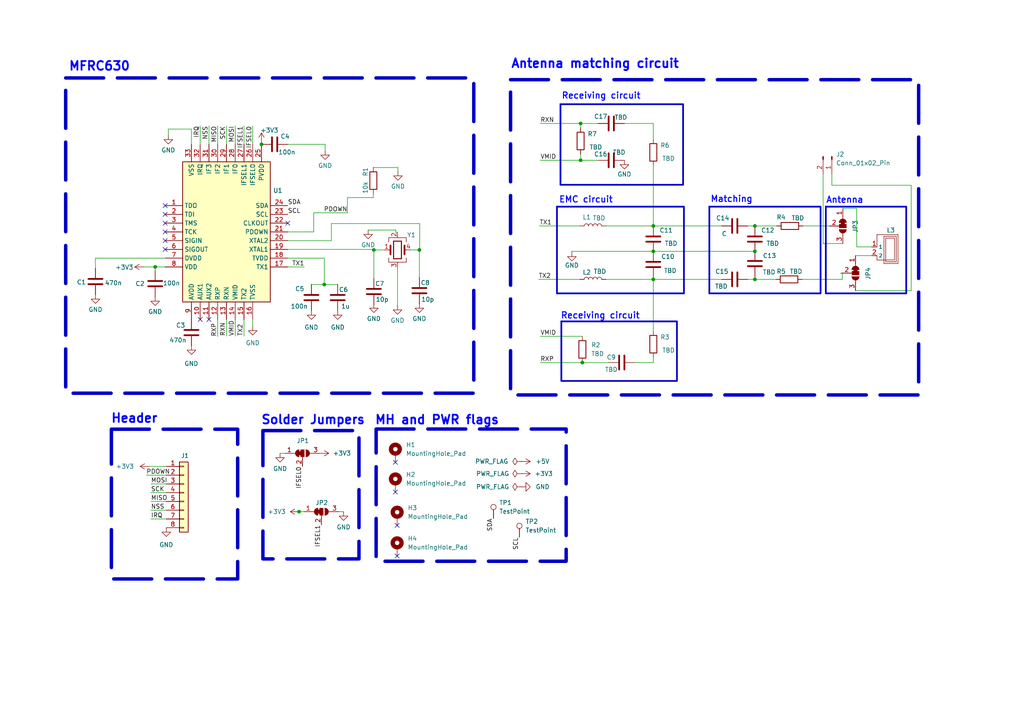
<source format=kicad_sch>
(kicad_sch (version 20230121) (generator eeschema)
  (paper "A4")
  (title_block (title "NFC_Programmer") (date "2023-11-25") (rev "2.0") (company "TycheTools"))
  (lib_symbols
    (symbol "Connector:Conn_01x02_Pin" (pin_names (offset 1.016) hide)
      (property "Reference" "J" (at 0 2.54 0))
      (property "Value" "Conn_01x02_Pin" (at 0 -5.08 0))
      (symbol "Conn_01x02_Pin_1_1"
        (polyline (pts (xy 1.27 -2.54) (xy 0.8636 -2.54)) (stroke (width 0.1524)))
        (polyline (pts (xy 1.27 0) (xy 0.8636 0)) (stroke (width 0.1524)))
        (rectangle (start 0.8636 -2.413) (end 0 -2.667) (stroke (width 0.1524)) (fill (type outline)))
        (rectangle (start 0.8636 0.127) (end 0 -0.127) (stroke (width 0.1524)) (fill (type outline)))
        (pin passive line (at 5.08 0 180) (length 3.81) (name "Pin_1") (number "1"))
        (pin passive line (at 5.08 -2.54 180) (length 3.81) (name "Pin_2") (number "2"))
      )
    )
    (symbol "Connector:TestPoint" (pin_numbers hide) (pin_names (offset 0.762) hide)
      (property "Reference" "TP" (at 0 6.858 0))
      (property "Value" "TestPoint" (at 0 5.08 0))
      (symbol "TestPoint_0_1"
        (circle (center 0 3.302) (radius 0.762))
      )
      (symbol "TestPoint_1_1"
        (pin passive line (at 0 0 90) (length 2.54) (name "1") (number "1"))
      )
    )
    (symbol "Connector_Generic:Conn_01x08" (pin_names (offset 1.016) hide)
      (property "Reference" "J" (at 0 10.16 0))
      (property "Value" "Conn_01x08" (at 0 -12.7 0))
      (symbol "Conn_01x08_1_1"
        (rectangle (start -1.27 -10.033) (end 0 -10.287) (stroke (width 0.1524)))
        (rectangle (start -1.27 -7.493) (end 0 -7.747) (stroke (width 0.1524)))
        (rectangle (start -1.27 -4.953) (end 0 -5.207) (stroke (width 0.1524)))
        (rectangle (start -1.27 -2.413) (end 0 -2.667) (stroke (width 0.1524)))
        (rectangle (start -1.27 0.127) (end 0 -0.127) (stroke (width 0.1524)))
        (rectangle (start -1.27 2.667) (end 0 2.413) (stroke (width 0.1524)))
        (rectangle (start -1.27 5.207) (end 0 4.953) (stroke (width 0.1524)))
        (rectangle (start -1.27 7.747) (end 0 7.493) (stroke (width 0.1524)))
        (rectangle (start -1.27 8.89) (end 1.27 -11.43) (stroke (width 0.254)) (fill (type background)))
        (pin passive line (at -5.08 7.62 0) (length 3.81) (name "Pin_1") (number "1"))
        (pin passive line (at -5.08 5.08 0) (length 3.81) (name "Pin_2") (number "2"))
        (pin passive line (at -5.08 2.54 0) (length 3.81) (name "Pin_3") (number "3"))
        (pin passive line (at -5.08 0 0) (length 3.81) (name "Pin_4") (number "4"))
        (pin passive line (at -5.08 -2.54 0) (length 3.81) (name "Pin_5") (number "5"))
        (pin passive line (at -5.08 -5.08 0) (length 3.81) (name "Pin_6") (number "6"))
        (pin passive line (at -5.08 -7.62 0) (length 3.81) (name "Pin_7") (number "7"))
        (pin passive line (at -5.08 -10.16 0) (length 3.81) (name "Pin_8") (number "8"))
      )
    )
    (symbol "Device:C" (pin_numbers hide) (pin_names (offset 0.254))
      (property "Reference" "C" (at 0.635 2.54 0))
      (property "Value" "C" (at 0.635 -2.54 0))
      (symbol "C_0_1"
        (polyline (pts (xy -2.032 -0.762) (xy 2.032 -0.762)) (stroke (width 0.508)))
        (polyline (pts (xy -2.032 0.762) (xy 2.032 0.762)) (stroke (width 0.508)))
      )
      (symbol "C_1_1"
        (pin passive line (at 0 3.81 270) (length 2.794) (name "~") (number "1"))
        (pin passive line (at 0 -3.81 90) (length 2.794) (name "~") (number "2"))
      )
    )
    (symbol "Device:Crystal_GND23" (pin_names (offset 1.016) hide)
      (property "Reference" "Y" (at 3.175 5.08 0))
      (property "Value" "Crystal_GND23" (at 3.175 3.175 0))
      (symbol "Crystal_GND23_0_1"
        (rectangle (start -1.143 2.54) (end 1.143 -2.54) (stroke (width 0.3048)))
        (polyline (pts (xy -2.54 0) (xy -2.032 0)))
        (polyline (pts (xy -2.032 -1.27) (xy -2.032 1.27)) (stroke (width 0.508)))
        (polyline (pts (xy 0 -3.81) (xy 0 -3.556)))
        (polyline (pts (xy 0 3.556) (xy 0 3.81)))
        (polyline (pts (xy 2.032 -1.27) (xy 2.032 1.27)) (stroke (width 0.508)))
        (polyline (pts (xy 2.032 0) (xy 2.54 0)))
        (polyline (pts (xy -2.54 -2.286) (xy -2.54 -3.556) (xy 2.54 -3.556) (xy 2.54 -2.286)))
        (polyline (pts (xy -2.54 2.286) (xy -2.54 3.556) (xy 2.54 3.556) (xy 2.54 2.286)))
      )
      (symbol "Crystal_GND23_1_1"
        (pin passive line (at -3.81 0 0) (length 1.27) (name "1") (number "1"))
        (pin passive line (at 0 5.08 270) (length 1.27) (name "2") (number "2"))
        (pin passive line (at 0 -5.08 90) (length 1.27) (name "3") (number "3"))
        (pin passive line (at 3.81 0 180) (length 1.27) (name "4") (number "4"))
      )
    )
    (symbol "Device:L" (pin_numbers hide) (pin_names (offset 1.016) hide)
      (property "Reference" "L" (at -1.27 0 90))
      (property "Value" "L" (at 1.905 0 90))
      (symbol "L_0_1"
        (arc (start 0 -2.54) (mid 0.6323 -1.905) (end 0 -1.27))
        (arc (start 0 -1.27) (mid 0.6323 -0.635) (end 0 0))
        (arc (start 0 0) (mid 0.6323 0.635) (end 0 1.27))
        (arc (start 0 1.27) (mid 0.6323 1.905) (end 0 2.54))
      )
      (symbol "L_1_1"
        (pin passive line (at 0 3.81 270) (length 1.27) (name "1") (number "1"))
        (pin passive line (at 0 -3.81 90) (length 1.27) (name "2") (number "2"))
      )
    )
    (symbol "Device:R" (pin_numbers hide) (pin_names (offset 0))
      (property "Reference" "R" (at 2.032 0 90))
      (property "Value" "R" (at 0 0 90))
      (symbol "R_0_1"
        (rectangle (start -1.016 -2.54) (end 1.016 2.54) (stroke (width 0.254)))
      )
      (symbol "R_1_1"
        (pin passive line (at 0 3.81 270) (length 1.27) (name "~") (number "1"))
        (pin passive line (at 0 -3.81 90) (length 1.27) (name "~") (number "2"))
      )
    )
    (symbol "Jumper:SolderJumper_3_Bridged12" (pin_names (offset 0) hide)
      (property "Reference" "JP" (at -2.54 -2.54 0))
      (property "Value" "SolderJumper_3_Bridged12" (at 0 2.794 0))
      (symbol "SolderJumper_3_Bridged12_0_1"
        (rectangle (start -1.016 0.508) (end -0.508 -0.508) (fill (type outline)))
        (arc (start -1.016 1.016) (mid -2.0276 0) (end -1.016 -1.016))
        (arc (start -1.016 1.016) (mid -2.0276 0) (end -1.016 -1.016) (fill (type outline)))
        (rectangle (start -0.508 1.016) (end 0.508 -1.016) (fill (type outline)))
        (polyline (pts (xy -2.54 0) (xy -2.032 0)))
        (polyline (pts (xy -1.016 1.016) (xy -1.016 -1.016)))
        (polyline (pts (xy 0 -1.27) (xy 0 -1.016)))
        (polyline (pts (xy 1.016 1.016) (xy 1.016 -1.016)))
        (polyline (pts (xy 2.54 0) (xy 2.032 0)))
        (arc (start 1.016 -1.016) (mid 2.0276 0) (end 1.016 1.016))
        (arc (start 1.016 -1.016) (mid 2.0276 0) (end 1.016 1.016) (fill (type outline)))
      )
      (symbol "SolderJumper_3_Bridged12_1_1"
        (pin passive line (at -5.08 0 0) (length 2.54) (name "A") (number "1"))
        (pin passive line (at 0 -3.81 90) (length 2.54) (name "C") (number "2"))
        (pin passive line (at 5.08 0 180) (length 2.54) (name "B") (number "3"))
      )
    )
    (symbol "LIB2:Antenna_L"
      (property "Reference" "L" (at 6.35 8.89 0))
      (symbol "Antenna_L_0_1"
        (polyline (pts (xy 10.16 3.81) (xy 15.24 3.81)))
        (polyline (pts (xy 10.16 5.08) (xy 10.16 3.81)))
        (polyline (pts (xy 10.16 7.62) (xy 10.16 7.62)))
        (polyline (pts (xy 10.16 7.62) (xy 10.16 11.176)))
        (polyline (pts (xy 12.192 2.794) (xy 16.256 2.794)))
        (polyline (pts (xy 12.192 10.668) (xy 12.192 2.794)))
        (polyline (pts (xy 15.24 3.81) (xy 15.24 10.16)))
        (polyline (pts (xy 15.24 10.16) (xy 12.7 10.16)))
        (polyline (pts (xy 16.256 2.794) (xy 16.256 11.176)))
        (polyline (pts (xy 16.256 11.176) (xy 10.16 11.176)))
        (polyline (pts (xy 15.748 10.414) (xy 15.748 10.668) (xy 12.192 10.668)))
        (polyline (pts (xy 12.7 10.16) (xy 12.7 3.302) (xy 15.748 3.302) (xy 15.748 10.414)))
      )
      (symbol "Antenna_L_1_0"
        (pin power_in line (at 8.636 7.62 0) (length 1.5) (name "1") (number "1"))
        (pin power_out line (at 8.636 5.08 0) (length 1.5) (name "2") (number "2"))
      )
    )
    (symbol "MFRC63002HN_151:MFRC63002HN,151"
      (property "Reference" "IC" (at 31.75 17.78 0))
      (property "Value" "MFRC63002HN,151" (at 31.75 15.24 0))
      (symbol "MFRC63002HN,151_1_1"
        (rectangle (start 5.08 12.7) (end 30.48 -27.94) (stroke (width 0.254)) (fill (type background)))
        (pin output line (at 0 0 0) (length 5.08) (name "TDO") (number "1"))
        (pin output line (at 10.16 -33.02 90) (length 5.08) (name "AUX1") (number "10"))
        (pin output line (at 12.7 -33.02 90) (length 5.08) (name "AUX2") (number "11"))
        (pin input line (at 15.24 -33.02 90) (length 5.08) (name "RXP") (number "12"))
        (pin input line (at 17.78 -33.02 90) (length 5.08) (name "RXN") (number "13"))
        (pin power_in line (at 20.32 -33.02 90) (length 5.08) (name "VMID") (number "14"))
        (pin output line (at 22.86 -33.02 90) (length 5.08) (name "TX2") (number "15"))
        (pin power_in line (at 25.4 -33.02 90) (length 5.08) (name "TVSS") (number "16"))
        (pin output line (at 35.56 -17.78 180) (length 5.08) (name "TX1") (number "17"))
        (pin power_in line (at 35.56 -15.24 180) (length 5.08) (name "TVDD") (number "18"))
        (pin input line (at 35.56 -12.7 180) (length 5.08) (name "XTAL1") (number "19"))
        (pin input line (at 0 -2.54 0) (length 5.08) (name "TDI") (number "2"))
        (pin output line (at 35.56 -10.16 180) (length 5.08) (name "XTAL2") (number "20"))
        (pin input line (at 35.56 -7.62 180) (length 5.08) (name "PDOWN") (number "21"))
        (pin output line (at 35.56 -5.08 180) (length 5.08) (name "CLKOUT") (number "22"))
        (pin output line (at 35.56 -2.54 180) (length 5.08) (name "SCL") (number "23"))
        (pin bidirectional line (at 35.56 0 180) (length 5.08) (name "SDA") (number "24"))
        (pin power_in line (at 27.94 17.78 270) (length 5.08) (name "PVDD") (number "25"))
        (pin input line (at 25.4 17.78 270) (length 5.08) (name "IFSEL0") (number "26"))
        (pin input line (at 22.86 17.78 270) (length 5.08) (name "IFSEL1") (number "27"))
        (pin bidirectional line (at 20.32 17.78 270) (length 5.08) (name "IF0") (number "28"))
        (pin bidirectional line (at 17.78 17.78 270) (length 5.08) (name "IF1") (number "29"))
        (pin input line (at 0 -5.08 0) (length 5.08) (name "TMS") (number "3"))
        (pin bidirectional line (at 15.24 17.78 270) (length 5.08) (name "IF2") (number "30"))
        (pin bidirectional line (at 12.7 17.78 270) (length 5.08) (name "IF3") (number "31"))
        (pin output line (at 10.16 17.78 270) (length 5.08) (name "IRQ") (number "32"))
        (pin power_in line (at 7.62 17.78 270) (length 5.08) (name "VSS") (number "33"))
        (pin input line (at 0 -7.62 0) (length 5.08) (name "TCK") (number "4"))
        (pin input line (at 0 -10.16 0) (length 5.08) (name "SIGIN") (number "5"))
        (pin output line (at 0 -12.7 0) (length 5.08) (name "SIGOUT") (number "6"))
        (pin power_in line (at 0 -15.24 0) (length 5.08) (name "DVDD") (number "7"))
        (pin power_in line (at 0 -17.78 0) (length 5.08) (name "VDD") (number "8"))
        (pin power_in line (at 7.62 -33.02 90) (length 5.08) (name "AVDD") (number "9"))
      )
    )
    (symbol "Mechanical:MountingHole_Pad" (pin_numbers hide) (pin_names (offset 1.016) hide)
      (property "Reference" "H" (at 0 6.35 0))
      (property "Value" "MountingHole_Pad" (at 0 4.445 0))
      (symbol "MountingHole_Pad_0_1"
        (circle (center 0 1.27) (radius 1.27) (stroke (width 1.27)))
      )
      (symbol "MountingHole_Pad_1_1"
        (pin input line (at 0 -2.54 90) (length 2.54) (name "1") (number "1"))
      )
    )
    (symbol "power:+3V3" (power) (pin_names (offset 0))
      (property "Value" "+3V3" (at 0 3.556 0))
      (symbol "+3V3_0_1"
        (polyline (pts (xy -0.762 1.27) (xy 0 2.54)))
        (polyline (pts (xy 0 0) (xy 0 2.54)))
        (polyline (pts (xy 0 2.54) (xy 0.762 1.27)))
      )
      (symbol "+3V3_1_1"
        (pin power_in line (at 0 0 90) (length 0) hide (name "+3V3") (number "1"))
      )
    )
    (symbol "power:+5V" (power) (pin_names (offset 0))
      (property "Value" "+5V" (at 0 3.556 0))
      (symbol "+5V_0_1"
        (polyline (pts (xy -0.762 1.27) (xy 0 2.54)))
        (polyline (pts (xy 0 0) (xy 0 2.54)))
        (polyline (pts (xy 0 2.54) (xy 0.762 1.27)))
      )
      (symbol "+5V_1_1"
        (pin power_in line (at 0 0 90) (length 0) hide (name "+5V") (number "1"))
      )
    )
    (symbol "power:GND" (power) (pin_names (offset 0))
      (property "Value" "GND" (at 0 -3.81 0))
      (symbol "GND_0_1"
        (polyline (pts (xy 0 0) (xy 0 -1.27) (xy 1.27 -1.27) (xy 0 -2.54) (xy -1.27 -1.27) (xy 0 -1.27)))
      )
      (symbol "GND_1_1"
        (pin power_in line (at 0 0 270) (length 0) hide (name "GND") (number "1"))
      )
    )
    (symbol "power:PWR_FLAG" (power) (pin_numbers hide) (pin_names (offset 0) hide)
      (property "Value" "PWR_FLAG" (at 0 3.81 0))
      (symbol "PWR_FLAG_0_0"
        (pin power_out line (at 0 0 90) (length 0) (name "pwr") (number "1"))
      )
      (symbol "PWR_FLAG_0_1"
        (polyline (pts (xy 0 0) (xy 0 1.27) (xy -1.016 1.905) (xy 0 2.54) (xy 1.016 1.905) (xy 0 1.27)))
      )
    )
  )
  (junction (at 45.0088 77.4192))
  (junction (at 189.484 72.898))
  (junction (at 218.948 81.026))
  (junction (at 218.948 72.898))
  (junction (at 86.741 148.4122))
  (junction (at 189.484 81.026))
  (junction (at 94.0562 82.5246))
  (junction (at 189.484 65.532))
  (junction (at 121.6406 72.4916))
  (junction (at 75.8444 41.8592))
  (junction (at 218.948 65.532))
  (junction (at 108.4326 72.4916))
  (junction (at 168.402 35.814))
  (junction (at 168.91 105.156))
  (junction (at 168.402 46.482))
  (no_connect (at 60.6044 92.6592))
  (no_connect (at 114.681 142.7226))
  (no_connect (at 47.9044 59.6392))
  (no_connect (at 47.9044 64.7192))
  (no_connect (at 115.189 161.2646))
  (no_connect (at 58.0644 92.6592))
  (no_connect (at 83.4644 64.7192))
  (no_connect (at 114.681 134.0866))
  (no_connect (at 115.189 152.3746))
  (no_connect (at 47.9044 72.3392))
  (no_connect (at 47.9044 62.1792))
  (no_connect (at 47.9044 69.7992))
  (no_connect (at 47.9044 67.2592))
  (wire (pts (xy 94.3102 41.8592) (xy 94.3102 43.7134)))
  (wire (pts (xy 238.7346 70.612) (xy 238.7346 50.4698)))
  (wire (pts (xy 121.7422 64.8462) (xy 121.7422 72.4154)))
  (wire (pts (xy 165.862 72.898) (xy 189.484 72.898)))
  (wire (pts (xy 73.3044 92.6592) (xy 73.3044 94.6404)))
  (wire (pts (xy 99.6442 148.4122) (xy 98.298 148.4122)))
  (wire (pts (xy 119.1006 72.4916) (xy 121.6406 72.4916)))
  (wire (pts (xy 189.484 105.156) (xy 184.15 105.156)))
  (wire (pts (xy 114.808 66.7258) (xy 114.808 67.4116)))
  (wire (pts (xy 218.948 81.026) (xy 225.044 81.026)))
  (wire (pts (xy 189.484 65.532) (xy 209.296 65.532)))
  (wire (pts (xy 232.664 81.026) (xy 244.3226 81.026)))
  (wire (pts (xy 43.7642 145.4404) (xy 48.2346 145.4404)))
  (wire (pts (xy 218.948 72.644) (xy 218.948 72.898)))
  (wire (pts (xy 45.0088 77.4192) (xy 47.9044 77.4192)))
  (wire (pts (xy 65.6844 36.5252) (xy 65.6844 41.8592)))
  (wire (pts (xy 240.6396 65.532) (xy 240.6396 65.5574)))
  (wire (pts (xy 94.0562 82.5246) (xy 97.9424 82.5246)))
  (wire (pts (xy 156.718 46.482) (xy 168.402 46.482)))
  (wire (pts (xy 168.402 35.814) (xy 173.482 35.814)))
  (wire (pts (xy 156.21 81.026) (xy 168.148 81.026)))
  (wire (pts (xy 83.4644 72.3392) (xy 108.3564 72.3392)))
  (wire (pts (xy 156.718 97.536) (xy 168.91 97.536)))
  (wire (pts (xy 156.718 35.814) (xy 168.402 35.814)))
  (wire (pts (xy 90.9828 61.722) (xy 100.7618 61.722)))
  (wire (pts (xy 63.1444 92.6592) (xy 63.1444 97.6122)))
  (wire (pts (xy 65.6844 92.6592) (xy 65.6844 97.4852)))
  (wire (pts (xy 115.2906 77.5716) (xy 115.2906 88.6206)))
  (wire (pts (xy 108.4326 88.3666) (xy 108.4326 88.1126)))
  (wire (pts (xy 100.7618 57.3024) (xy 108.2802 57.3024)))
  (wire (pts (xy 108.2802 48.5902) (xy 108.2802 48.5648)))
  (wire (pts (xy 121.6406 72.4916) (xy 121.6406 80.4926)))
  (wire (pts (xy 168.402 44.704) (xy 168.402 46.482)))
  (wire (pts (xy 90.9828 67.2592) (xy 83.4644 67.2592)))
  (wire (pts (xy 43.7642 147.9804) (xy 48.2346 147.9804)))
  (wire (pts (xy 106.7816 66.7258) (xy 114.808 66.7258)))
  (wire (pts (xy 264.287 84.3026) (xy 264.287 53.721)))
  (wire (pts (xy 181.102 35.814) (xy 189.484 35.814)))
  (wire (pts (xy 189.484 72.898) (xy 218.948 72.898)))
  (wire (pts (xy 100.7618 61.722) (xy 100.7618 57.3024)))
  (wire (pts (xy 189.484 81.026) (xy 189.484 96.012)))
  (wire (pts (xy 27.686 74.8792) (xy 47.9044 74.8792)))
  (wire (pts (xy 238.76 70.612) (xy 238.7346 70.612)))
  (wire (pts (xy 108.3564 72.3392) (xy 108.3564 72.4916)))
  (wire (pts (xy 252.8316 71.6026) (xy 248.4882 71.6026)))
  (wire (pts (xy 45.0088 77.4192) (xy 45.0088 78.4606)))
  (wire (pts (xy 218.948 65.532) (xy 225.298 65.532)))
  (wire (pts (xy 73.3044 36.5252) (xy 73.3044 41.8592)))
  (wire (pts (xy 90.3224 82.5246) (xy 90.3224 82.4992)))
  (wire (pts (xy 83.4644 69.7992) (xy 96.1136 69.7992)))
  (wire (pts (xy 165.862 72.898) (xy 165.862 73.152)))
  (wire (pts (xy 108.3564 72.4916) (xy 108.4326 72.4916)))
  (wire (pts (xy 216.916 65.532) (xy 218.948 65.532)))
  (wire (pts (xy 244.3226 81.026) (xy 244.3226 79.2226)))
  (wire (pts (xy 156.464 65.532) (xy 168.148 65.532)))
  (wire (pts (xy 189.484 35.814) (xy 189.484 40.386)))
  (wire (pts (xy 108.2802 56.1848) (xy 108.2802 57.3024)))
  (wire (pts (xy 175.768 65.532) (xy 189.484 65.532)))
  (wire (pts (xy 42.4434 137.8204) (xy 48.2346 137.8204)))
  (wire (pts (xy 70.7644 92.6592) (xy 70.7644 97.4852)))
  (wire (pts (xy 189.484 81.026) (xy 189.484 80.518)))
  (wire (pts (xy 27.686 74.8792) (xy 27.686 77.851)))
  (wire (pts (xy 189.484 72.898) (xy 189.484 73.152)))
  (wire (pts (xy 86.7156 148.4122) (xy 86.741 148.4122)))
  (wire (pts (xy 68.2244 92.6592) (xy 68.2244 97.4852)))
  (wire (pts (xy 108.2802 48.5902) (xy 115.4176 48.5902)))
  (wire (pts (xy 83.4644 74.8792) (xy 94.0562 74.8792)))
  (wire (pts (xy 83.4644 77.4192) (xy 88.2904 77.4192)))
  (wire (pts (xy 248.4882 60.4774) (xy 248.4882 71.6026)))
  (wire (pts (xy 97.9424 82.5246) (xy 97.9424 82.4992)))
  (wire (pts (xy 218.948 80.264) (xy 218.948 81.026)))
  (wire (pts (xy 58.0644 36.5252) (xy 58.0644 41.8592)))
  (wire (pts (xy 90.3224 82.5246) (xy 94.0562 82.5246)))
  (wire (pts (xy 264.287 53.721) (xy 241.2746 53.721)))
  (wire (pts (xy 189.484 81.026) (xy 209.296 81.026)))
  (wire (pts (xy 48.8188 37.4396) (xy 48.8188 39.2176)))
  (wire (pts (xy 41.6306 77.4192) (xy 45.0088 77.4192)))
  (wire (pts (xy 96.1136 64.8462) (xy 121.7422 64.8462)))
  (wire (pts (xy 68.2244 36.5252) (xy 68.2244 41.8592)))
  (wire (pts (xy 43.7642 142.9004) (xy 48.2346 142.9004)))
  (wire (pts (xy 115.4176 49.7332) (xy 115.4176 48.5902)))
  (wire (pts (xy 168.402 46.482) (xy 173.482 46.482)))
  (wire (pts (xy 81.2292 131.4704) (xy 82.6516 131.4704)))
  (wire (pts (xy 63.1444 36.5252) (xy 63.1444 41.8592)))
  (wire (pts (xy 248.1326 74.1426) (xy 252.8316 74.1426)))
  (wire (pts (xy 238.76 70.612) (xy 238.76 70.6374)))
  (wire (pts (xy 248.4882 60.4774) (xy 244.4496 60.4774)))
  (wire (pts (xy 108.4326 72.4916) (xy 111.4806 72.4916)))
  (wire (pts (xy 121.7422 72.4154) (xy 121.6406 72.4154)))
  (wire (pts (xy 90.9828 61.722) (xy 90.9828 67.2592)))
  (wire (pts (xy 168.402 35.814) (xy 168.402 37.084)))
  (wire (pts (xy 94.0562 74.8792) (xy 94.0562 82.5246)))
  (wire (pts (xy 156.718 105.156) (xy 168.91 105.156)))
  (wire (pts (xy 248.1326 84.3026) (xy 264.287 84.3026)))
  (wire (pts (xy 232.918 65.532) (xy 240.6396 65.532)))
  (wire (pts (xy 189.484 103.632) (xy 189.484 105.156)))
  (wire (pts (xy 241.2746 50.4698) (xy 241.2746 53.721)))
  (wire (pts (xy 218.948 73.152) (xy 218.948 72.898)))
  (wire (pts (xy 114.808 67.4116) (xy 115.2906 67.4116)))
  (wire (pts (xy 189.484 48.006) (xy 189.484 65.532)))
  (wire (pts (xy 86.741 148.4122) (xy 88.138 148.4122)))
  (wire (pts (xy 43.7642 140.3604) (xy 48.2346 140.3604)))
  (wire (pts (xy 108.4326 72.4916) (xy 108.4326 80.7466)))
  (wire (pts (xy 43.2054 135.2804) (xy 48.2346 135.2804)))
  (wire (pts (xy 175.768 81.026) (xy 189.484 81.026)))
  (wire (pts (xy 43.7642 150.5204) (xy 48.2346 150.5204)))
  (wire (pts (xy 96.1136 64.8462) (xy 96.1136 69.7992)))
  (wire (pts (xy 75.8444 41.0972) (xy 75.8444 41.8592)))
  (wire (pts (xy 121.6406 72.4154) (xy 121.6406 72.4916)))
  (wire (pts (xy 48.8188 37.4396) (xy 55.5244 37.4396)))
  (wire (pts (xy 60.6044 36.5252) (xy 60.6044 41.8592)))
  (wire (pts (xy 70.7644 36.5252) (xy 70.7644 41.8592)))
  (wire (pts (xy 216.916 81.026) (xy 218.948 81.026)))
  (wire (pts (xy 83.4644 41.8592) (xy 94.3102 41.8592)))
  (wire (pts (xy 168.91 105.156) (xy 176.53 105.156)))
  (wire (pts (xy 238.76 70.6374) (xy 244.4496 70.6374)))
  (wire (pts (xy 55.5244 41.8592) (xy 55.5244 37.4396)))
  (rectangle (start 205.74 59.944) (end 237.998 85.09) (stroke (width 0.5)))
  (rectangle (start 148.082 23.114) (end 266.446 114.554) (stroke (width 1) (type dash)))
  (rectangle (start 161.544 59.944) (end 198.374 85.09) (stroke (width 0.5)))
  (rectangle (start 239.522 59.944) (end 262.8392 85.09) (stroke (width 0.5)))
  (rectangle (start 76.2508 124.8918) (end 104.1146 162.1028) (stroke (width 1) (type dash)))
  (rectangle (start 32.3088 124.4854) (end 68.9356 167.9194) (stroke (width 1) (type dash)))
  (rectangle (start 109.093 124.4346) (end 164.211 162.7886) (stroke (width 1) (type dash)))
  (rectangle (start 162.814 93.218) (end 196.342 110.49) (stroke (width 0.5)))
  (rectangle (start 19.05 22.606) (end 137.414 114.046) (stroke (width 1) (type dash)))
  (rectangle (start 162.56 30.226) (end 198.12 53.594) (stroke (width 0.5)))
  (text "EMC circuit\n\n" (at 162.052 61.976 0) (effects (font (size 1.8 1.8) (thickness 0.3) bold) (justify left bottom)))
  (text "Receiving circuit\n" (at 162.56 92.71 0) (effects (font (size 1.8 1.8) (thickness 0.3) bold) (justify left bottom)))
  (text "Solder Jumpers\n" (at 75.6158 123.3932 0) (effects (font (size 2.54 2.54) (thickness 0.508) bold) (justify left bottom)))
  (text "MH and PWR flags" (at 108.585 123.4186 0) (effects (font (size 2.54 2.54) (thickness 0.508) bold) (justify left bottom)))
  (text "Matching\n" (at 205.994 58.928 0) (effects (font (size 1.8 1.8) (thickness 0.3) bold) (justify left bottom)))
  (text "Antenna\n" (at 239.522 59.182 0) (effects (font (size 1.8 1.8) (thickness 0.3) bold) (justify left bottom)))
  (text "Antenna matching circuit" (at 148.082 20.066 0) (effects (font (size 2.54 2.54) (thickness 0.508) bold) (justify left bottom)))
  (text "Header" (at 32.0548 122.9614 0) (effects (font (size 2.54 2.54) (thickness 0.508) bold) (justify left bottom)))
  (text "MFRC630" (at 19.812 20.828 0) (effects (font (size 2.54 2.54) (thickness 0.508) bold) (justify left bottom)))
  (text "Receiving circuit\n" (at 162.814 28.956 0) (effects (font (size 1.8 1.8) (thickness 0.3) bold) (justify left bottom)))
  (label "SCK" (at 65.6844 36.5252 270))
  (label "PDOWN" (at 42.4434 137.8204 0))
  (label "SCK" (at 43.7642 142.9004 0))
  (label "SCL" (at 150.6474 155.829 270))
  (label "RXP" (at 63.1444 97.6122 90))
  (label "RXN" (at 156.718 35.814 0))
  (label "PDOWN" (at 100.7618 61.722 180))
  (label "VMID" (at 156.718 46.482 0))
  (label "IFSEL1" (at 70.7644 36.5252 270))
  (label "IFSEL0" (at 73.3044 36.5252 270))
  (label "MISO" (at 63.1444 36.5252 270))
  (label "VMID" (at 156.718 97.536 0))
  (label "IFSEL0" (at 87.7316 135.2804 270))
  (label "SDA" (at 143.129 150.368 270))
  (label "IFSEL1" (at 93.218 152.2222 270))
  (label "TX1" (at 156.464 65.532 0))
  (label "SCL" (at 83.4644 62.1792 0))
  (label "RXN" (at 65.6844 97.4852 90))
  (label "VMID" (at 68.2244 97.4852 90))
  (label "NSS" (at 43.7642 147.9804 0))
  (label "MOSI" (at 43.7642 140.3604 0))
  (label "NSS" (at 60.6044 36.5252 270))
  (label "SDA" (at 83.4644 59.6392 0))
  (label "MISO" (at 43.7642 145.4404 0))
  (label "RXP" (at 156.718 105.156 0))
  (label "IRQ" (at 43.7642 150.5204 0))
  (label "TX1" (at 88.2904 77.4192 180))
  (label "IRQ" (at 58.0644 36.5252 270))
  (label "TX2" (at 156.21 81.026 0))
  (label "TX2" (at 70.7644 97.4852 90))
  (label "MOSI" (at 68.2244 36.5252 270))
  (symbol (lib_id "power:GND") (at 81.2292 131.4704 0) (unit 1)
    (property "Reference" "#PWR08" (effects hide))
    (property "Value" "GND" (at 81.2292 135.9408 0))
  )
  (symbol (lib_id "LIB2:Antenna_L") (at 244.1956 79.2226 0) (unit 1)
    (property "Reference" "L3" (at 257.1496 66.7766 0) (effects (justify left)))
    (property "Value" "~" (at 244.1956 79.2226 0))
  )
  (symbol (lib_id "power:GND") (at 48.8188 39.2176 0) (unit 1)
    (property "Reference" "#PWR06" (effects hide))
    (property "Value" "GND" (at 48.8188 43.5356 0))
  )
  (symbol (lib_id "power:GND") (at 94.3102 43.7134 0) (unit 1)
    (property "Reference" "#PWR010" (effects hide))
    (property "Value" "GND" (at 94.3102 48.0314 0))
  )
  (symbol (lib_id "Connector:TestPoint") (at 143.129 150.368 0) (unit 1)
    (property "Reference" "TP1" (at 144.78 145.796 0) (effects (justify left)))
    (property "Value" "TestPoint" (at 144.78 148.336 0) (effects (justify left)))
    (property "Footprint" "TestPoint:TestPoint_Pad_1.0x1.0mm" (effects hide))
  )
  (symbol (lib_id "power:+3V3") (at 86.741 148.4122 90) (unit 1)
    (property "Reference" "#PWR07" (effects hide))
    (property "Value" "+3V3" (at 82.9056 148.4122 90) (effects (justify left)))
  )
  (symbol (lib_id "Device:R") (at 168.91 101.346 0) (unit 1)
    (property "Reference" "R2" (at 171.45 100.076 0) (effects (justify left)))
    (property "Value" "TBD" (at 171.45 102.616 0) (effects (justify left)))
    (property "Footprint" "Resistor_SMD:R_0603_1608Metric_Pad0.98x0.95mm_HandSolder" (effects hide))
  )
  (symbol (lib_id "power:PWR_FLAG") (at 151.257 137.3886 90) (unit 1)
    (property "Reference" "#FLG02" (effects hide))
    (property "Value" "PWR_FLAG" (at 147.701 137.3886 90) (effects (justify left)))
    (property "Footprint" "TestPoint:TestPoint_Loop_D1.80mm_Drill1.0mm_Beaded" (effects hide))
  )
  (symbol (lib_id "Jumper:SolderJumper_3_Bridged12") (at 93.218 148.4122 0) (unit 1)
    (property "Reference" "JP2" (at 93.3196 145.8214 0))
    (property "Value" "SolderJumper_3_Bridged12" (effects hide))
    (property "Footprint" "Jumper:SolderJumper-3_P1.3mm_Bridged12_Pad1.0x1.5mm_NumberLabels" (effects hide))
  )
  (symbol (lib_id "Device:C") (at 213.106 65.532 90) (unit 1)
    (property "Reference" "C14" (at 211.582 63.246 90) (effects (justify left)))
    (property "Value" "C" (at 210.82 67.818 90) (effects (justify left)))
    (property "Footprint" "Capacitor_SMD:C_0603_1608Metric_Pad1.08x0.95mm_HandSolder" (effects hide))
  )
  (symbol (lib_id "Mechanical:MountingHole_Pad") (at 115.189 149.8346 0) (unit 1)
    (property "Reference" "H3" (at 118.237 147.2946 0) (effects (justify left)))
    (property "Value" "MountingHole_Pad" (at 118.237 149.8346 0) (effects (justify left)))
    (property "Footprint" "MountingHole:MountingHole_3mm" (effects hide))
  )
  (symbol (lib_id "Device:C") (at 45.0088 82.2706 0) (mirror y) (unit 1)
    (property "Reference" "C2" (at 41.9608 82.2706 0) (effects (justify left)))
    (property "Value" "100n" (at 52.2224 82.1182 0) (effects (justify left)))
    (property "Footprint" "Capacitor_SMD:C_0603_1608Metric_Pad1.08x0.95mm_HandSolder" (effects hide))
  )
  (symbol (lib_id "Device:C") (at 108.4326 84.5566 0) (mirror y) (unit 1)
    (property "Reference" "C7" (at 111.4806 82.2706 0) (effects (justify left)))
    (property "Value" "10p" (at 112.7506 86.8426 0) (effects (justify left)))
    (property "Footprint" "Capacitor_SMD:C_0603_1608Metric_Pad1.08x0.95mm_HandSolder" (effects hide))
  )
  (symbol (lib_id "power:GND") (at 106.7816 66.7258 0) (unit 1)
    (property "Reference" "#PWR021" (effects hide))
    (property "Value" "GND" (at 106.7816 71.0438 0))
  )
  (symbol (lib_id "power:+3V3") (at 92.8116 131.4704 270) (unit 1)
    (property "Reference" "#PWR026" (effects hide))
    (property "Value" "+3V3" (at 96.52 131.4704 90) (effects (justify left)))
  )
  (symbol (lib_id "Device:C") (at 218.948 76.454 0) (unit 1)
    (property "Reference" "C13" (at 221.234 74.168 0) (effects (justify left)))
    (property "Value" "TBD" (at 221.2086 78.9432 0) (effects (justify left)))
    (property "Footprint" "Capacitor_SMD:C_0603_1608Metric_Pad1.08x0.95mm_HandSolder" (effects hide))
  )
  (symbol (lib_id "Mechanical:MountingHole_Pad") (at 114.681 131.5466 0) (unit 1)
    (property "Reference" "H1" (at 117.729 129.0066 0) (effects (justify left)))
    (property "Value" "MountingHole_Pad" (at 117.729 131.5466 0) (effects (justify left)))
    (property "Footprint" "MountingHole:MountingHole_3mm" (effects hide))
  )
  (symbol (lib_id "Connector:TestPoint") (at 150.6474 155.829 0) (unit 1)
    (property "Reference" "TP2" (at 152.4 151.257 0) (effects (justify left)))
    (property "Value" "TestPoint" (at 152.4 153.797 0) (effects (justify left)))
    (property "Footprint" "TestPoint:TestPoint_Pad_1.0x1.0mm" (effects hide))
  )
  (symbol (lib_id "Device:Crystal_GND23") (at 115.2906 72.4916 0) (unit 1)
    (property "Reference" "Y1" (at 119.3038 68.1482 0))
    (property "Value" "Crystal_GND23" (effects hide))
    (property "Footprint" "Crystal:Crystal_SMD_2016-4Pin_2.0x1.6mm" (effects hide))
  )
  (symbol (lib_id "Device:C") (at 189.484 69.342 0) (unit 1)
    (property "Reference" "C11" (at 191.262 66.802 0) (effects (justify left)))
    (property "Value" "TBD" (at 192.786 70.612 0) (effects (justify left)))
    (property "Footprint" "Capacitor_SMD:C_0603_1608Metric_Pad1.08x0.95mm_HandSolder" (effects hide))
  )
  (symbol (lib_id "power:+3V3") (at 151.257 137.3886 270) (unit 1)
    (property "Reference" "#PWR032" (effects hide))
    (property "Value" "+3V3" (at 155.067 137.3886 90) (effects (justify left)))
  )
  (symbol (lib_id "Device:C") (at 79.6544 41.8592 90) (unit 1)
    (property "Reference" "C4" (at 82.7024 39.5732 90))
    (property "Value" "100n" (at 83.2104 44.1452 90))
    (property "Footprint" "Capacitor_SMD:C_0603_1608Metric_Pad1.08x0.95mm_HandSolder" (effects hide))
  )
  (symbol (lib_id "Device:C") (at 90.3224 86.3092 0) (mirror y) (unit 1)
    (property "Reference" "C5" (at 88.2904 83.7692 0) (effects (justify left)))
    (property "Value" "100n" (at 89.3064 88.8492 0) (effects (justify left)))
    (property "Footprint" "Capacitor_SMD:C_0603_1608Metric_Pad1.08x0.95mm_HandSolder" (effects hide))
  )
  (symbol (lib_id "power:GND") (at 181.102 46.482 0) (unit 1)
    (property "Reference" "#PWR018" (effects hide))
    (property "Value" "GND" (at 181.102 50.546 0))
  )
  (symbol (lib_id "Jumper:SolderJumper_3_Bridged12") (at 87.7316 131.4704 0) (unit 1)
    (property "Reference" "JP1" (at 87.8332 127.8382 0))
    (property "Value" "SolderJumper_3_Bridged12" (effects hide))
    (property "Footprint" "Jumper:SolderJumper-3_P1.3mm_Bridged12_Pad1.0x1.5mm_NumberLabels" (effects hide))
  )
  (symbol (lib_id "power:GND") (at 48.2346 153.0604 0) (unit 1)
    (property "Reference" "#PWR020" (effects hide))
    (property "Value" "GND" (at 48.2346 158.0134 0))
  )
  (symbol (lib_id "Device:R") (at 108.2802 52.3748 180) (unit 1)
    (property "Reference" "R1" (at 105.9942 49.8348 90))
    (property "Value" "10k" (at 105.9942 54.4068 90))
    (property "Footprint" "Resistor_SMD:R_0603_1608Metric_Pad0.98x0.95mm_HandSolder" (effects hide))
  )
  (symbol (lib_id "power:PWR_FLAG") (at 151.257 133.8326 90) (unit 1)
    (property "Reference" "#FLG01" (effects hide))
    (property "Value" "PWR_FLAG" (at 147.447 133.8326 90) (effects (justify left)))
    (property "Footprint" "TestPoint:TestPoint_Loop_D1.80mm_Drill1.0mm_Beaded" (effects hide))
  )
  (symbol (lib_id "MFRC63002HN_151:MFRC63002HN,151") (at 47.9044 59.6392 0) (unit 1)
    (property "Reference" "U1" (at 80.5688 55.2511 0))
    (property "Value" "MFRC63002HN,151" (effects hide))
    (property "Footprint" "Library3:MFRC630_MOUSER" (effects hide))
    (property "Datasheet" "http://www.nxp.com/docs/en/data-sheet/MFRC630.pdf" (effects hide))
    (property "Height" "1" (effects hide))
    (property "Manufacturer_Name" "NXP" (effects hide))
    (property "Manufacturer_Part_Number" "MFRC63002HN,151" (effects hide))
    (property "Mouser Part Number" "771-MFRC63002HN151" (effects hide))
    (property "Mouser Price/Stock" "https://www.mouser.co.uk/ProductDetail/NXP-Semiconductors/MFRC63002HN151?qs=NQoTdinTi9Gyn8oEeCX95Q%3D%3D" (effects hide))
    (property "Arrow Part Number" "MFRC63002HN,151" (effects hide))
    (property "Arrow Price/Stock" "https://www.arrow.com/en/products/mfrc63002hn151/nxp-semiconductors?region=nac" (effects hide))
  )
  (symbol (lib_id "Mechanical:MountingHole_Pad") (at 114.681 140.1826 0) (unit 1)
    (property "Reference" "H2" (at 117.729 137.6426 0) (effects (justify left)))
    (property "Value" "MountingHole_Pad" (at 117.729 140.1826 0) (effects (justify left)))
    (property "Footprint" "MountingHole:MountingHole_3mm" (effects hide))
  )
  (symbol (lib_id "Device:C") (at 213.106 81.026 90) (unit 1)
    (property "Reference" "C15" (at 211.328 78.74 90) (effects (justify left)))
    (property "Value" "TBD" (at 211.074 83.058 90) (effects (justify left)))
    (property "Footprint" "Capacitor_SMD:C_0603_1608Metric_Pad1.08x0.95mm_HandSolder" (effects hide))
  )
  (symbol (lib_id "Device:R") (at 168.402 40.894 0) (unit 1)
    (property "Reference" "R7" (at 170.434 38.862 0) (effects (justify left)))
    (property "Value" "TBD" (at 170.942 42.672 0) (effects (justify left)))
    (property "Footprint" "Resistor_SMD:R_0603_1608Metric_Pad0.98x0.95mm_HandSolder" (effects hide))
  )
  (symbol (lib_id "power:+5V") (at 151.257 133.8326 270) (unit 1)
    (property "Reference" "#PWR031" (effects hide))
    (property "Value" "+5V" (at 155.321 133.8326 90) (effects (justify left)))
  )
  (symbol (lib_id "power:GND") (at 151.257 141.1986 90) (unit 1)
    (property "Reference" "#PWR033" (effects hide))
    (property "Value" "GND" (at 155.321 141.1986 90) (effects (justify right)))
  )
  (symbol (lib_id "Device:L") (at 171.958 65.532 90) (unit 1)
    (property "Reference" "L1" (at 170.18 62.992 90))
    (property "Value" "TBD" (at 173.736 63.246 90))
    (property "Footprint" "Inductor_SMD:L_0603_1608Metric_Pad1.05x0.95mm_HandSolder" (effects hide))
  )
  (symbol (lib_id "Device:R") (at 189.484 44.196 0) (unit 1)
    (property "Reference" "R6" (at 191.516 42.164 0) (effects (justify left)))
    (property "Value" "TBD" (at 192.024 45.974 0) (effects (justify left)))
    (property "Footprint" "Resistor_SMD:R_0603_1608Metric_Pad0.98x0.95mm_HandSolder" (effects hide))
  )
  (symbol (lib_id "power:GND") (at 115.2906 88.6206 0) (unit 1)
    (property "Reference" "#PWR013" (effects hide))
    (property "Value" "GND" (at 115.2906 92.9386 0))
  )
  (symbol (lib_id "Connector:Conn_01x02_Pin") (at 241.2746 45.3898 270) (unit 1)
    (property "Reference" "J2" (at 242.4938 44.7548 90) (effects (justify left)))
    (property "Value" "Conn_01x02_Pin" (at 242.4938 47.2948 90) (effects (justify left)))
    (property "Footprint" "Connector_PinHeader_2.00mm:PinHeader_1x02_P2.00mm_Vertical" (effects hide))
  )
  (symbol (lib_id "Device:C") (at 97.9424 86.3092 0) (mirror y) (unit 1)
    (property "Reference" "C6" (at 100.9904 84.0232 0) (effects (justify left)))
    (property "Value" "1u" (at 101.4984 88.8492 0) (effects (justify left)))
    (property "Footprint" "Capacitor_SMD:C_0603_1608Metric_Pad1.08x0.95mm_HandSolder" (effects hide))
  )
  (symbol (lib_id "power:GND") (at 73.3044 94.6404 0) (unit 1)
    (property "Reference" "#PWR05" (effects hide))
    (property "Value" "GND" (at 73.3044 99.4664 0))
  )
  (symbol (lib_id "Device:C") (at 177.292 35.814 90) (unit 1)
    (property "Reference" "C17" (at 174.244 33.782 90))
    (property "Value" "TBD" (at 180.086 34.036 90))
    (property "Footprint" "Capacitor_SMD:C_0603_1608Metric_Pad1.08x0.95mm_HandSolder" (effects hide))
  )
  (symbol (lib_id "power:+3V3") (at 75.8444 41.0972 0) (unit 1)
    (property "Reference" "#PWR09" (effects hide))
    (property "Value" "+3V3" (at 78.1304 37.7952 0))
  )
  (symbol (lib_id "power:GND") (at 99.6442 148.4122 0) (unit 1)
    (property "Reference" "#PWR022" (effects hide))
    (property "Value" "GND" (at 99.6442 152.8826 0))
  )
  (symbol (lib_id "Jumper:SolderJumper_3_Bridged12") (at 248.1326 79.2226 270) (unit 1)
    (property "Reference" "JP4" (at 251.7648 79.3242 0))
    (property "Value" "SolderJumper_3_Bridged12" (effects hide))
    (property "Footprint" "Jumper:SolderJumper-3_P1.3mm_Bridged12_Pad1.0x1.5mm_NumberLabels" (effects hide))
  )
  (symbol (lib_id "power:GND") (at 45.0088 86.0806 0) (unit 1)
    (property "Reference" "#PWR02" (effects hide))
    (property "Value" "GND" (at 45.0088 90.3986 0))
  )
  (symbol (lib_id "Mechanical:MountingHole_Pad") (at 115.189 158.7246 0) (unit 1)
    (property "Reference" "H4" (at 118.237 156.1846 0) (effects (justify left)))
    (property "Value" "MountingHole_Pad" (at 118.237 158.7246 0) (effects (justify left)))
    (property "Footprint" "MountingHole:MountingHole_3mm" (effects hide))
  )
  (symbol (lib_id "Device:C") (at 121.6406 84.3026 0) (mirror y) (unit 1)
    (property "Reference" "C8" (at 124.6886 82.0166 0) (effects (justify left)))
    (property "Value" "10p" (at 125.9586 86.8426 0) (effects (justify left)))
    (property "Footprint" "Capacitor_SMD:C_0603_1608Metric_Pad1.08x0.95mm_HandSolder" (effects hide))
  )
  (symbol (lib_id "power:+3V3") (at 43.2054 135.2804 90) (unit 1)
    (property "Reference" "#PWR019" (effects hide))
    (property "Value" "+3V3" (at 38.8874 135.2804 90) (effects (justify left)))
  )
  (symbol (lib_id "Device:C") (at 55.5244 96.4692 0) (mirror y) (unit 1)
    (property "Reference" "C3" (at 53.7464 94.361 0) (effects (justify left)))
    (property "Value" "470n" (at 54.102 98.679 0) (effects (justify left)))
    (property "Footprint" "Capacitor_SMD:C_0603_1608Metric_Pad1.08x0.95mm_HandSolder" (effects hide))
  )
  (symbol (lib_id "power:GND") (at 90.3224 90.1192 0) (unit 1)
    (property "Reference" "#PWR011" (effects hide))
    (property "Value" "GND" (at 90.3224 94.9452 0))
  )
  (symbol (lib_id "Device:R") (at 189.484 99.822 0) (unit 1)
    (property "Reference" "R3" (at 191.516 97.79 0) (effects (justify left)))
    (property "Value" "TBD" (at 192.024 101.6 0) (effects (justify left)))
    (property "Footprint" "Resistor_SMD:R_0603_1608Metric_Pad0.98x0.95mm_HandSolder" (effects hide))
  )
  (symbol (lib_id "Device:C") (at 189.484 76.708 0) (unit 1)
    (property "Reference" "C10" (at 191.77 74.422 0) (effects (justify left)))
    (property "Value" "TBD" (at 192.532 78.486 0) (effects (justify left)))
    (property "Footprint" "Capacitor_SMD:C_0603_1608Metric_Pad1.08x0.95mm_HandSolder" (effects hide))
  )
  (symbol (lib_id "Device:L") (at 171.958 81.026 90) (unit 1)
    (property "Reference" "L2" (at 170.18 78.994 90))
    (property "Value" "TBD" (at 173.99 78.74 90))
    (property "Footprint" "Inductor_SMD:L_0603_1608Metric_Pad1.05x0.95mm_HandSolder" (effects hide))
  )
  (symbol (lib_id "power:GND") (at 121.6406 88.1126 0) (unit 1)
    (property "Reference" "#PWR014" (effects hide))
    (property "Value" "GND" (at 121.6406 92.4306 0))
  )
  (symbol (lib_id "power:GND") (at 115.4176 49.7332 0) (unit 1)
    (property "Reference" "#PWR016" (effects hide))
    (property "Value" "GND" (at 115.4176 54.0512 0))
  )
  (symbol (lib_id "power:+3V3") (at 41.6306 77.4192 90) (unit 1)
    (property "Reference" "#PWR03" (effects hide))
    (property "Value" "+3V3" (at 38.7096 77.5462 90) (effects (justify left)))
  )
  (symbol (lib_id "Device:C") (at 180.34 105.156 90) (unit 1)
    (property "Reference" "C9" (at 177.292 103.632 90))
    (property "Value" "TBD" (at 177.292 107.188 90))
    (property "Footprint" "Capacitor_SMD:C_0603_1608Metric_Pad1.08x0.95mm_HandSolder" (effects hide))
  )
  (symbol (lib_id "Device:C") (at 177.292 46.482 90) (unit 1)
    (property "Reference" "C16" (at 174.244 44.704 90))
    (property "Value" "TBD" (at 179.578 44.196 90))
    (property "Footprint" "Capacitor_SMD:C_0603_1608Metric_Pad1.08x0.95mm_HandSolder" (effects hide))
  )
  (symbol (lib_id "power:GND") (at 165.862 73.152 0) (unit 1)
    (property "Reference" "#PWR017" (effects hide))
    (property "Value" "GND" (at 165.862 76.962 0))
  )
  (symbol (lib_id "Connector_Generic:Conn_01x08") (at 53.3146 142.9004 0) (unit 1)
    (property "Reference" "J1" (at 52.4256 132.1816 0) (effects (justify left)))
    (property "Value" "Conn_01x08" (effects hide))
    (property "Footprint" "Connector_PinHeader_2.00mm:PinHeader_1x08_P2.00mm_Vertical" (effects hide))
  )
  (symbol (lib_id "power:GND") (at 55.5244 100.2792 0) (unit 1)
    (property "Reference" "#PWR04" (effects hide))
    (property "Value" "GND" (at 55.499 105.4608 0))
  )
  (symbol (lib_id "power:GND") (at 108.4326 88.1126 0) (unit 1)
    (property "Reference" "#PWR015" (effects hide))
    (property "Value" "GND" (at 108.4326 92.4306 0))
  )
  (symbol (lib_id "power:GND") (at 27.686 85.471 0) (unit 1)
    (property "Reference" "#PWR01" (effects hide))
    (property "Value" "GND" (at 27.686 89.789 0))
  )
  (symbol (lib_id "power:GND") (at 97.9424 90.1192 0) (unit 1)
    (property "Reference" "#PWR012" (effects hide))
    (property "Value" "GND" (at 97.9424 94.9452 0))
  )
  (symbol (lib_id "Device:R") (at 228.854 81.026 90) (unit 1)
    (property "Reference" "R5" (at 226.568 78.74 90))
    (property "Value" "TBD" (at 230.886 78.74 90))
    (property "Footprint" "Resistor_SMD:R_0603_1608Metric_Pad0.98x0.95mm_HandSolder" (effects hide))
  )
  (symbol (lib_id "Device:R") (at 229.108 65.532 90) (unit 1)
    (property "Reference" "R4" (at 226.568 62.992 90))
    (property "Value" "TBD" (at 231.394 63.246 90))
    (property "Footprint" "Resistor_SMD:R_0603_1608Metric_Pad0.98x0.95mm_HandSolder" (effects hide))
  )
  (symbol (lib_id "Jumper:SolderJumper_3_Bridged12") (at 244.4496 65.5574 270) (unit 1)
    (property "Reference" "JP3" (at 248.0818 65.659 0))
    (property "Value" "SolderJumper_3_Bridged12" (effects hide))
    (property "Footprint" "Jumper:SolderJumper-3_P1.3mm_Bridged12_Pad1.0x1.5mm_NumberLabels" (effects hide))
  )
  (symbol (lib_id "Device:C") (at 218.948 69.342 0) (unit 1)
    (property "Reference" "C12" (at 220.726 66.802 0) (effects (justify left)))
    (property "Value" "TBD" (at 222.25 70.612 0) (effects (justify left)))
    (property "Footprint" "Capacitor_SMD:C_0603_1608Metric_Pad1.08x0.95mm_HandSolder" (effects hide))
  )
  (symbol (lib_id "power:PWR_FLAG") (at 151.257 141.1986 90) (unit 1)
    (property "Reference" "#FLG03" (effects hide))
    (property "Value" "PWR_FLAG" (at 147.701 141.1986 90) (effects (justify left)))
    (property "Footprint" "TestPoint:TestPoint_Loop_D1.80mm_Drill1.0mm_Beaded" (effects hide))
  )
  (symbol (lib_id "Device:C") (at 27.686 81.661 0) (mirror y) (unit 1)
    (property "Reference" "C1" (at 24.9682 81.8388 0) (effects (justify left)))
    (property "Value" "470n" (at 35.3822 82.0674 0) (effects (justify left)))
    (property "Footprint" "Capacitor_SMD:C_0603_1608Metric_Pad1.08x0.95mm_HandSolder" (effects hide))
  )
)
</source>
